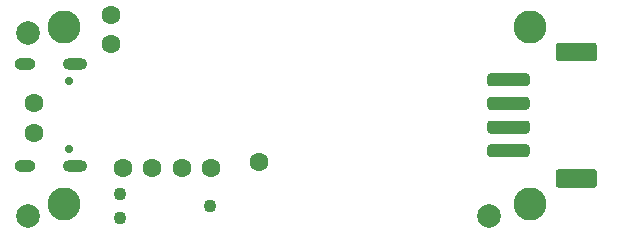
<source format=gbr>
%TF.GenerationSoftware,KiCad,Pcbnew,(5.1.6-rc1)*%
%TF.CreationDate,2020-08-04T22:03:53+02:00*%
%TF.ProjectId,bmp22,626d7032-322e-46b6-9963-61645f706362,rev?*%
%TF.SameCoordinates,Original*%
%TF.FileFunction,Soldermask,Bot*%
%TF.FilePolarity,Negative*%
%FSLAX46Y46*%
G04 Gerber Fmt 4.6, Leading zero omitted, Abs format (unit mm)*
G04 Created by KiCad (PCBNEW (5.1.6-rc1)) date 2020-08-04 22:03:53*
%MOMM*%
%LPD*%
G01*
G04 APERTURE LIST*
%ADD10C,1.600000*%
%ADD11C,2.800000*%
%ADD12C,2.000000*%
%ADD13C,1.090600*%
%ADD14C,0.700000*%
%ADD15O,1.800000X1.000000*%
%ADD16O,2.100000X1.000000*%
G04 APERTURE END LIST*
D10*
%TO.C,TP309*%
X141000000Y-134000000D03*
%TD*%
%TO.C,TP308*%
X134500000Y-134500000D03*
%TD*%
%TO.C,TP307*%
X132000000Y-134500000D03*
%TD*%
%TO.C,TP306*%
X129500000Y-134500000D03*
%TD*%
%TO.C,TP305*%
X128500000Y-124000000D03*
%TD*%
%TO.C,TP304*%
X122000000Y-131500000D03*
%TD*%
%TO.C,TP303*%
X122000000Y-129000000D03*
%TD*%
%TO.C,TP302*%
X128500000Y-121500000D03*
%TD*%
%TO.C,TP301*%
X137000000Y-134500000D03*
%TD*%
D11*
%TO.C,H4*%
X164000000Y-122500000D03*
%TD*%
%TO.C,H3*%
X164000000Y-137500000D03*
%TD*%
%TO.C,H2*%
X124500000Y-122500000D03*
%TD*%
%TO.C,H1*%
X124500000Y-137500000D03*
%TD*%
D12*
%TO.C,FID6*%
X121500000Y-138500000D03*
%TD*%
%TO.C,FID5*%
X160500000Y-138500000D03*
%TD*%
%TO.C,FID4*%
X121500000Y-123000000D03*
%TD*%
%TO.C,J202*%
G36*
G01*
X166416667Y-134550000D02*
X169383333Y-134550000D01*
G75*
G02*
X169650000Y-134816667I0J-266667D01*
G01*
X169650000Y-135883333D01*
G75*
G02*
X169383333Y-136150000I-266667J0D01*
G01*
X166416667Y-136150000D01*
G75*
G02*
X166150000Y-135883333I0J266667D01*
G01*
X166150000Y-134816667D01*
G75*
G02*
X166416667Y-134550000I266667J0D01*
G01*
G37*
G36*
G01*
X166416667Y-123850000D02*
X169383333Y-123850000D01*
G75*
G02*
X169650000Y-124116667I0J-266667D01*
G01*
X169650000Y-125183333D01*
G75*
G02*
X169383333Y-125450000I-266667J0D01*
G01*
X166416667Y-125450000D01*
G75*
G02*
X166150000Y-125183333I0J266667D01*
G01*
X166150000Y-124116667D01*
G75*
G02*
X166416667Y-123850000I266667J0D01*
G01*
G37*
G36*
G01*
X160625000Y-132450000D02*
X163675000Y-132450000D01*
G75*
G02*
X163950000Y-132725000I0J-275000D01*
G01*
X163950000Y-133275000D01*
G75*
G02*
X163675000Y-133550000I-275000J0D01*
G01*
X160625000Y-133550000D01*
G75*
G02*
X160350000Y-133275000I0J275000D01*
G01*
X160350000Y-132725000D01*
G75*
G02*
X160625000Y-132450000I275000J0D01*
G01*
G37*
G36*
G01*
X160625000Y-130450000D02*
X163675000Y-130450000D01*
G75*
G02*
X163950000Y-130725000I0J-275000D01*
G01*
X163950000Y-131275000D01*
G75*
G02*
X163675000Y-131550000I-275000J0D01*
G01*
X160625000Y-131550000D01*
G75*
G02*
X160350000Y-131275000I0J275000D01*
G01*
X160350000Y-130725000D01*
G75*
G02*
X160625000Y-130450000I275000J0D01*
G01*
G37*
G36*
G01*
X160625000Y-128450000D02*
X163675000Y-128450000D01*
G75*
G02*
X163950000Y-128725000I0J-275000D01*
G01*
X163950000Y-129275000D01*
G75*
G02*
X163675000Y-129550000I-275000J0D01*
G01*
X160625000Y-129550000D01*
G75*
G02*
X160350000Y-129275000I0J275000D01*
G01*
X160350000Y-128725000D01*
G75*
G02*
X160625000Y-128450000I275000J0D01*
G01*
G37*
G36*
G01*
X160625000Y-126450000D02*
X163675000Y-126450000D01*
G75*
G02*
X163950000Y-126725000I0J-275000D01*
G01*
X163950000Y-127275000D01*
G75*
G02*
X163675000Y-127550000I-275000J0D01*
G01*
X160625000Y-127550000D01*
G75*
G02*
X160350000Y-127275000I0J275000D01*
G01*
X160350000Y-126725000D01*
G75*
G02*
X160625000Y-126450000I275000J0D01*
G01*
G37*
%TD*%
D13*
%TO.C,J302*%
X136906000Y-137668000D03*
X129286000Y-136652000D03*
X129286000Y-138684000D03*
%TD*%
D14*
%TO.C,J301*%
X124950000Y-127110000D03*
X124950000Y-132890000D03*
D15*
X121260000Y-134320000D03*
X121260000Y-125680000D03*
D16*
X125430000Y-134320000D03*
X125430000Y-125680000D03*
%TD*%
M02*

</source>
